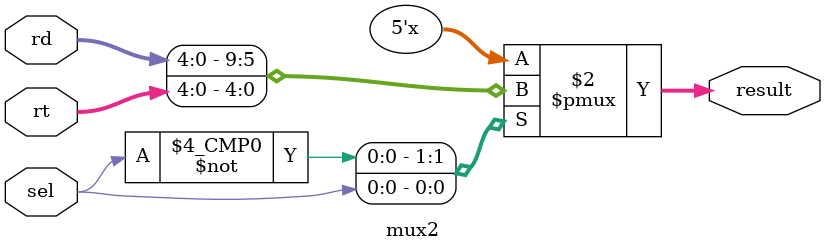
<source format=v>
module mux2(
    input   [4:0] rd,//R-type
    input   [4:0] rt,//I-type
    input         sel,
    output  reg [4:0] result
);
    always @(*) begin
        case (sel)
            1'b0: result = rd;
            1'b1: result = rt; 
            default: result = rd;
        endcase
    end

endmodule
</source>
